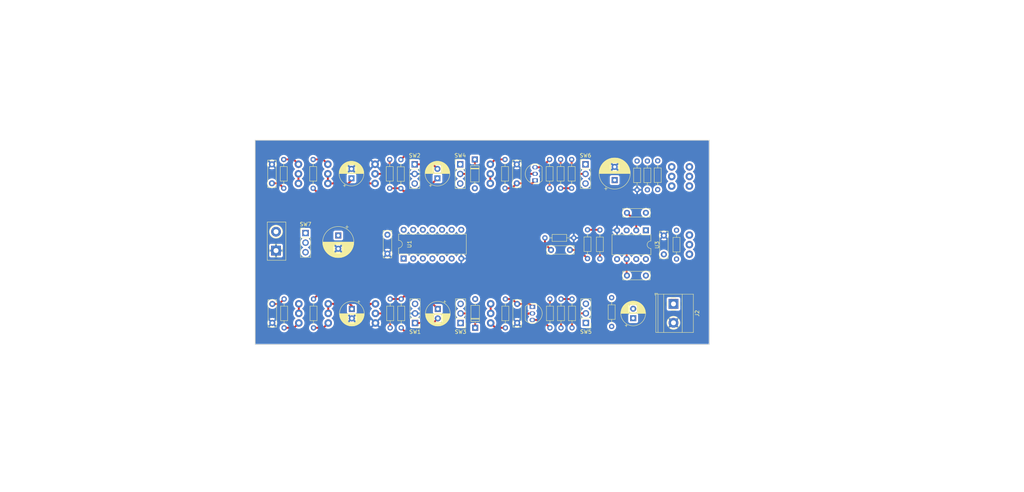
<source format=kicad_pcb>
(kicad_pcb (version 20221018) (generator pcbnew)
  (layers (0 "F.Cu" signal) (31 "B.Cu" signal) (34 "B.Paste" user) (35 "F.Paste" user) (36 "B.SilkS" user "B.Silkscreen") (37 "F.SilkS" user "F.Silkscreen") (38 "B.Mask" user) (39 "F.Mask" user) (44 "Edge.Cuts" user))
  (net 0 "")
  (net 1 "Net-(C1-Pad1)")
  (net 2 "-BATT")
  (net 3 "Net-(C2-Pad1)")
  (net 4 "+BATT")
  (net 5 "Net-(C3-Pad1)")
  (net 6 "Net-(C4-Pad1)")
  (net 7 "Net-(C5-Pad1)")
  (net 8 "Net-(SW1-A)")
  (net 9 "Net-(C6-Pad1)")
  (net 10 "Net-(SW2-A)")
  (net 11 "Net-(D1-A)")
  (net 12 "Net-(D2-A)")
  (net 13 "/filter in")
  (net 14 "Net-(C12-Pad2)")
  (net 15 "Net-(U3-+)")
  (net 16 "Net-(U3--)")
  (net 17 "Net-(C14-Pad2)")
  (net 18 "Net-(C15-Pad1)")
  (net 19 "Net-(C15-Pad2)")
  (net 20 "Net-(C16-Pad1)")
  (net 21 "Net-(J2-Pin_1)")
  (net 22 "Net-(D1-K)")
  (net 23 "Net-(D2-K)")
  (net 24 "Net-(J1-Pin_2)")
  (net 25 "Net-(Q1-B)")
  (net 26 "Net-(Q1-C)")
  (net 27 "Net-(Q2-B)")
  (net 28 "Net-(Q2-C)")
  (net 29 "Net-(R1-Pad1)")
  (net 30 "Net-(R2-Pad1)")
  (net 31 "Net-(R3-Pad1)")
  (net 32 "Net-(R4-Pad1)")
  (net 33 "Net-(R5-Pad1)")
  (net 34 "Net-(R7-Pad1)")
  (net 35 "Net-(R9-Pad1)")
  (net 36 "Net-(R10-Pad2)")
  (net 37 "Net-(R11-Pad1)")
  (net 38 "Net-(R12-Pad2)")
  (net 39 "Net-(SW5-B)")
  (net 40 "Net-(SW6-B)")
  (net 42 "Net-(R22-Pad1)")
  (net 43 "Net-(SW3-A)")
  (net 44 "Net-(SW4-A)")
  (net 45 "Net-(RV3-Pad1)")
  (net 46 "Net-(RV4-Pad1)")
  (net 47 "Net-(RV10-Pad3)")
  (footprint "fx_synth_parts:potentiometer_fx_connector" (layer "F.Cu") (at 196.75 79.62 180)
    (fp_text reference "RV11" hide)
    (fp_text value "500K")
    (pad "1" thru_hole circle (at 0 2.54 180) (size 2 2) (drill 1) (layers "*.Cu" "*.Mask") (net 17 "Net-(C14-Pad2)"))
    (pad "2" thru_hole circle (at 0 0 180) (size 2 2) (drill 1) (layers "*.Cu" "*.Mask") (net 17 "Net-(C14-Pad2)"))
    (pad "3" thru_hole circle (at 0 -2.54 180) (size 2 2) (drill 1) (layers "*.Cu" "*.Mask") (net 19 "Net-(C15-Pad2)"))
  )
  (footprint "Resistor_THT:R_Axial_DIN0204_L3.6mm_D1.6mm_P7.62mm_Horizontal" (layer "F.Cu") (at 162.718025 57.085 -90)
    (fp_text reference "R16" hide)
    (fp_text value "1M")
    (pad "1" thru_hole circle (at 0 0 270) (size 1.4 1.4) (drill 0.7) (layers "*.Cu" "*.Mask") (net 38 "Net-(R12-Pad2)"))
    (pad "2" thru_hole oval (at 7.62 0 270) (size 1.4 1.4) (drill 0.7) (layers "*.Cu" "*.Mask") (net 13 "/filter in"))
  )
  (footprint "Connector_PinHeader_2.54mm:PinHeader_1x03_P2.54mm_Vertical" (layer "F.Cu") (at 136.17845 58.37)
    (fp_text reference "SW4" (at 0 -2.33) (layer "F.SilkS"))
    (fp_text value "Wacky")
    (pad "1" thru_hole rect (at 0 0) (size 1.7 1.7) (drill 1) (layers "*.Cu" "*.Mask") (net 44 "Net-(SW4-A)"))
    (pad "2" thru_hole oval (at 0 2.54) (size 1.7 1.7) (drill 1) (layers "*.Cu" "*.Mask") (net 23 "Net-(D2-K)"))
    (pad "3" thru_hole oval (at 0 5.08) (size 1.7 1.7) (drill 1) (layers "*.Cu" "*.Mask"))
  )
  (footprint "Capacitor_THT:C_Rect_L7.0mm_W2.0mm_P5.00mm" (layer "F.Cu") (at 151.13535 63.395 90)
    (fp_text reference "C8" hide)
    (fp_text value "22nF")
    (pad "1" thru_hole circle (at 0 0 90) (size 1.6 1.6) (drill 0.8) (layers "*.Cu" "*.Mask") (net 12 "Net-(D2-A)"))
    (pad "2" thru_hole circle (at 5 0 90) (size 1.6 1.6) (drill 0.8) (layers "*.Cu" "*.Mask") (net 2 "-BATT"))
  )
  (footprint "Connector_PinHeader_2.54mm:PinHeader_1x03_P2.54mm_Vertical" (layer "F.Cu") (at 136.276975 100.36 180)
    (fp_text reference "SW3" (at 0 -2.33) (layer "F.SilkS"))
    (fp_text value "Wacky")
    (pad "1" thru_hole rect (at 0 0 180) (size 1.7 1.7) (drill 1) (layers "*.Cu" "*.Mask") (net 43 "Net-(SW3-A)"))
    (pad "2" thru_hole oval (at 0 2.54 180) (size 1.7 1.7) (drill 1) (layers "*.Cu" "*.Mask") (net 22 "Net-(D1-K)"))
    (pad "3" thru_hole oval (at 0 5.08 180) (size 1.7 1.7) (drill 1) (layers "*.Cu" "*.Mask"))
  )
  (footprint "Resistor_THT:R_Axial_DIN0204_L3.6mm_D1.6mm_P7.62mm_Horizontal" (layer "F.Cu") (at 173.1 75.74 -90)
    (fp_text reference "R21" hide)
    (fp_text value "10M")
    (pad "1" thru_hole circle (at 0 0 270) (size 1.4 1.4) (drill 0.7) (layers "*.Cu" "*.Mask") (net 16 "Net-(U3--)"))
    (pad "2" thru_hole oval (at 7.62 0 270) (size 1.4 1.4) (drill 0.7) (layers "*.Cu" "*.Mask") (net 18 "Net-(C15-Pad1)"))
  )
  (footprint "TerminalBlock_Phoenix:TerminalBlock_Phoenix_MKDS-1,5-2_1x02_P5.00mm_Horizontal" (layer "F.Cu") (at 192.55 95.3 -90)
    (fp_text reference "J2" (at 2.5 -6.26 90) (layer "F.SilkS"))
    (fp_text value "Audio Out")
    (pad "1" thru_hole rect (at 0 0 270) (size 2.6 2.6) (drill 1.3) (layers "*.Cu" "*.Mask") (net 21 "Net-(J2-Pin_1)"))
    (pad "2" thru_hole circle (at 5 0 270) (size 2.6 2.6) (drill 1.3) (layers "*.Cu" "*.Mask") (net 2 "-BATT"))
  )
  (footprint "fx_synth_parts:potentiometer_fx_connector" (layer "F.Cu") (at 101.203875 60.895)
    (fp_text reference "RV4" hide)
    (fp_text value "1M")
    (pad "1" thru_hole circle (at 0 2.54) (size 2 2) (drill 1) (layers "*.Cu" "*.Mask") (net 46 "Net-(RV4-Pad1)"))
    (pad "2" thru_hole circle (at 0 0) (size 2 2) (drill 1) (layers "*.Cu" "*.Mask") (net 46 "Net-(RV4-Pad1)"))
    (pad "3" thru_hole circle (at 0 -2.54) (size 2 2) (drill 1) (layers "*.Cu" "*.Mask") (net 32 "Net-(R4-Pad1)"))
  )
  (footprint "fx_synth_parts:potentiometer_fx_connector" (layer "F.Cu") (at 101.3024 97.82 180)
    (fp_text reference "RV3" hide)
    (fp_text value "1M")
    (pad "1" thru_hole circle (at 0 2.54 180) (size 2 2) (drill 1) (layers "*.Cu" "*.Mask") (net 45 "Net-(RV3-Pad1)"))
    (pad "2" thru_hole circle (at 0 0 180) (size 2 2) (drill 1) (layers "*.Cu" "*.Mask") (net 45 "Net-(RV3-Pad1)"))
    (pad "3" thru_hole circle (at 0 -2.54 180) (size 2 2) (drill 1) (layers "*.Cu" "*.Mask") (net 31 "Net-(R3-Pad1)"))
  )
  (footprint "Resistor_THT:R_Axial_DIN0204_L3.6mm_D1.6mm_P7.62mm_Horizontal" (layer "F.Cu") (at 182.92618 57.49 -90)
    (fp_text reference "R20" hide)
    (fp_text value "100K")
    (pad "1" thru_hole circle (at 0 0 270) (size 1.4 1.4) (drill 0.7) (layers "*.Cu" "*.Mask") (net 15 "Net-(U3-+)"))
    (pad "2" thru_hole oval (at 7.62 0 270) (size 1.4 1.4) (drill 0.7) (layers "*.Cu" "*.Mask") (net 2 "-BATT"))
  )
  (footprint "Diode_THT:D_DO-35_SOD27_P7.62mm_Horizontal" (layer "F.Cu") (at 140.1412 101.63 90)
    (fp_text reference "D1" hide)
    (fp_text value "1N4148")
    (pad "1" thru_hole rect (at 0 0 90) (size 1.6 1.6) (drill 0.8) (layers "*.Cu" "*.Mask") (net 22 "Net-(D1-K)"))
    (pad "2" thru_hole oval (at 7.62 0 90) (size 1.6 1.6) (drill 0.8) (layers "*.Cu" "*.Mask") (net 11 "Net-(D1-A)"))
  )
  (footprint "Capacitor_THT:CP_Radial_D6.3mm_P2.50mm" (layer "F.Cu") (at 130.26275 96.637621 -90)
    (fp_text reference "C5" hide)
    (fp_text value "1uF")
    (pad "1" thru_hole rect (at 0 0 270) (size 1.6 1.6) (drill 0.8) (layers "*.Cu" "*.Mask") (net 7 "Net-(C5-Pad1)"))
    (pad "2" thru_hole circle (at 2.5 0 270) (size 1.6 1.6) (drill 0.8) (layers "*.Cu" "*.Mask") (net 8 "Net-(SW1-A)"))
  )
  (footprint "Resistor_THT:R_Axial_DIN0204_L3.6mm_D1.6mm_P7.62mm_Horizontal" (layer "F.Cu") (at 193.35 75.81 -90)
    (fp_text reference "R23" hide)
    (fp_text value "470K")
    (pad "1" thru_hole circle (at 0 0 270) (size 1.4 1.4) (drill 0.7) (layers "*.Cu" "*.Mask") (net 17 "Net-(C14-Pad2)"))
    (pad "2" thru_hole oval (at 7.62 0 270) (size 1.4 1.4) (drill 0.7) (layers "*.Cu" "*.Mask") (net 19 "Net-(C15-Pad2)"))
  )
  (footprint "Resistor_THT:R_Axial_DIN0204_L3.6mm_D1.6mm_P7.62mm_Horizontal" (layer "F.Cu") (at 120.5 64.76 90)
    (fp_text reference "R8" hide)
    (fp_text value "47K")
    (pad "1" thru_hole circle (at 0 0 90) (size 1.4 1.4) (drill 0.7) (layers "*.Cu" "*.Mask") (net 9 "Net-(C6-Pad1)"))
    (pad "2" thru_hole oval (at 7.62 0 90) (size 1.4 1.4) (drill 0.7) (layers "*.Cu" "*.Mask") (net 27 "Net-(Q2-B)"))
  )
  (footprint "Capacitor_THT:C_Rect_L7.0mm_W2.0mm_P5.00mm" (layer "F.Cu") (at 86.421975 63.395 90)
    (fp_text reference "C2" hide)
    (fp_text value "22nF")
    (pad "1" thru_hole circle (at 0 0 90) (size 1.6 1.6) (drill 0.8) (layers "*.Cu" "*.Mask") (net 3 "Net-(C2-Pad1)"))
    (pad "2" thru_hole circle (at 5 0 90) (size 1.6 1.6) (drill 0.8) (layers "*.Cu" "*.Mask") (net 2 "-BATT"))
  )
  (footprint "Resistor_THT:R_Axial_DIN0204_L3.6mm_D1.6mm_P7.62mm_Horizontal" (layer "F.Cu") (at 97.31465 57.085 -90)
    (fp_text reference "R4" hide)
    (fp_text value "4.7K")
    (pad "1" thru_hole circle (at 0 0 270) (size 1.4 1.4) (drill 0.7) (layers "*.Cu" "*.Mask") (net 32 "Net-(R4-Pad1)"))
    (pad "2" thru_hole oval (at 7.62 0 270) (size 1.4 1.4) (drill 0.7) (layers "*.Cu" "*.Mask") (net 6 "Net-(C4-Pad1)"))
  )
  (footprint "Resistor_THT:R_Axial_DIN0204_L3.6mm_D1.6mm_P7.62mm_Horizontal" (layer "F.Cu") (at 159.902325 101.63 90)
    (fp_text reference "R10" hide)
    (fp_text value "4.7K")
    (pad "1" thru_hole circle (at 0 0 90) (size 1.4 1.4) (drill 0.7) (layers "*.Cu" "*.Mask") (net 26 "Net-(Q1-C)"))
    (pad "2" thru_hole oval (at 7.62 0 90) (size 1.4 1.4) (drill 0.7) (layers "*.Cu" "*.Mask") (net 36 "Net-(R10-Pad2)"))
  )
  (footprint "Capacitor_THT:C_Rect_L7.0mm_W2.0mm_P5.00mm" (layer "F.Cu") (at 116.95 77 -90)
    (fp_text reference "C10" hide)
    (fp_text value "100nF")
    (pad "1" thru_hole circle (at 0 0 270) (size 1.6 1.6) (drill 0.8) (layers "*.Cu" "*.Mask") (net 4 "+BATT"))
    (pad "2" thru_hole circle (at 5 0 270) (size 1.6 1.6) (drill 0.8) (layers "*.Cu" "*.Mask") (net 2 "-BATT"))
  )
  (footprint "Resistor_THT:R_Axial_DIN0204_L3.6mm_D1.6mm_P7.62mm_Horizontal" (layer "F.Cu") (at 148.11965 101.63 90)
    (fp_text reference "R9" hide)
    (fp_text value "4.7K")
    (pad "1" thru_hole circle (at 0 0 90) (size 1.4 1.4) (drill 0.7) (layers "*.Cu" "*.Mask") (net 35 "Net-(R9-Pad1)"))
    (pad "2" thru_hole oval (at 7.62 0 90) (size 1.4 1.4) (drill 0.7) (layers "*.Cu" "*.Mask") (net 11 "Net-(D1-A)"))
  )
  (footprint "Connector_PinHeader_2.54mm:PinHeader_1x03_P2.54mm_Vertical" (layer "F.Cu") (at 95.3 76.557349)
    (fp_text reference "SW7" (at 0 -2.33) (layer "F.SilkS"))
    (fp_text value "ON/OFF")
    (pad "1" thru_hole rect (at 0 0) (size 1.7 1.7) (drill 1) (layers "*.Cu" "*.Mask") (net 24 "Net-(J1-Pin_2)"))
    (pad "2" thru_hole oval (at 0 2.54) (size 1.7 1.7) (drill 1) (layers "*.Cu" "*.Mask") (net 4 "+BATT"))
    (pad "3" thru_hole oval (at 0 5.08) (size 1.7 1.7) (drill 1) (layers "*.Cu" "*.Mask"))
  )
  (footprint "Resistor_THT:R_Axial_DIN0204_L3.6mm_D1.6mm_P7.62mm_Horizontal" (layer "F.Cu") (at 176.2 93.65 -90)
    (fp_text reference "R24" hide)
    (fp_text value "1K")
    (pad "1" thru_hole circle (at 0 0 270) (size 1.4 1.4) (drill 0.7) (layers "*.Cu" "*.Mask") (net 18 "Net-(C15-Pad1)"))
    (pad "2" thru_hole oval (at 7.62 0 270) (size 1.4 1.4) (drill 0.7) (layers "*.Cu" "*.Mask") (net 20 "Net-(C16-Pad1)"))
  )
  (footprint "Capacitor_THT:C_Rect_L7.0mm_W2.0mm_P5.00mm" (layer "F.Cu") (at 190 82.2 90)
    (fp_text reference "C9" hide)
    (fp_text value "100nF")
    (pad "1" thru_hole circle (at 0 0 90) (size 1.6 1.6) (drill 0.8) (layers "*.Cu" "*.Mask") (net 4 "+BATT"))
    (pad "2" thru_hole circle (at 5 0 90) (size 1.6 1.6) (drill 0.8) (layers "*.Cu" "*.Mask") (net 2 "-BATT"))
  )
  (footprint "fx_synth_parts:potentiometer_fx_connector" (layer "F.Cu") (at 113.682325 60.895)
    (fp_text reference "RV6" hide)
    (fp_text value "100K")
    (pad "1" thru_hole circle (at 0 2.54) (size 2 2) (drill 1) (layers "*.Cu" "*.Mask") (net 46 "Net-(RV4-Pad1)"))
    (pad "2" thru_hole circle (at 0 0) (size 2 2) (drill 1) (layers "*.Cu" "*.Mask") (net 34 "Net-(R7-Pad1)"))
    (pad "3" thru_hole circle (at 0 -2.54) (size 2 2) (drill 1) (layers "*.Cu" "*.Mask") (net 2 "-BATT"))
  )
  (footprint "fx_synth_parts:potentiometer_fx_connector" (layer "F.Cu") (at 93.425425 60.895)
    (fp_text reference "RV2" hide)
    (fp_text value "1M")
    (pad "1" thru_hole circle (at 0 2.54) (size 2 2) (drill 1) (layers "*.Cu" "*.Mask") (net 44 "Net-(SW4-A)"))
    (pad "2" thru_hole circle (at 0 0) (size 2 2) (drill 1) (layers "*.Cu" "*.Mask") (net 44 "Net-(SW4-A)"))
    (pad "3" thru_hole circle (at 0 -2.54) (size 2 2) (drill 1) (layers "*.Cu" "*.Mask") (net 30 "Net-(R2-Pad1)"))
  )
  (footprint "Connector_PinHeader_2.54mm:PinHeader_1x03_P2.54mm_Vertical" (layer "F.Cu") (at 124.15 58.37)
    (fp_text reference "SW2" (at 0 -2.33) (layer "F.SilkS"))
    (fp_text value "Unusual")
    (pad "1" thru_hole rect (at 0 0) (size 1.7 1.7) (drill 1) (layers "*.Cu" "*.Mask") (net 10 "Net-(SW2-A)"))
    (pad "2" thru_hole oval (at 0 2.54) (size 1.7 1.7) (drill 1) (layers "*.Cu" "*.Mask") (net 2 "-BATT"))
    (pad "3" thru_hole oval (at 0 5.08) (size 1.7 1.7) (drill 1) (layers "*.Cu" "*.Mask"))
  )
  (footprint "Connector_PinHeader_2.54mm:PinHeader_1x03_P2.54mm_Vertical" (layer "F.Cu") (at 169.296475 58.37)
    (fp_text reference "SW6" (at 0 -2.33) (layer "F.SilkS"))
    (fp_text value "Wacky Out")
    (pad "1" thru_hole rect (at 0 0) (size 1.7 1.7) (drill 1) (layers "*.Cu" "*.Mask") (net 44 "Net-(SW4-A)"))
    (pad "2" thru_hole oval (at 0 2.54) (size 1.7 1.7) (drill 1) (layers "*.Cu" "*.Mask") (net 40 "Net-(SW6-B)"))
    (pad "3" thru_hole oval (at 0 5.08) (size 1.7 1.7) (drill 1) (layers "*.Cu" "*.Mask"))
  )
  (footprint "Capacitor_THT:CP_Radial_D8.0mm_P3.50mm" (layer "F.Cu") (at 177.001475 62.547651 90)
    (fp_text reference "C13" hide)
    (fp_text value "220uF")
    (pad "1" thru_hole rect (at 0 0 90) (size 1.6 1.6) (drill 0.8) (layers "*.Cu" "*.Mask") (net 15 "Net-(U3-+)"))
    (pad "2" thru_hole circle (at 3.5 0 90) (size 1.6 1.6) (drill 0.8) (layers "*.Cu" "*.Mask") (net 2 "-BATT"))
  )
  (footprint "Capacitor_THT:CP_Radial_D6.3mm_P2.50mm" (layer "F.Cu") (at 130.164225 62.07738 90)
    (fp_text reference "C6" hide)
    (fp_text value "1uF")
    (pad "1" thru_hole rect (at 0 0 90) (size 1.6 1.6) (drill 0.8) (layers "*.Cu" "*.Mask") (net 9 "Net-(C6-Pad1)"))
    (pad "2" thru_hole circle (at 2.5 0 90) (size 1.6 1.6) (drill 0.8) (layers "*.Cu" "*.Mask") (net 10 "Net-(SW2-A)"))
  )
  (footprint "Resistor_THT:R_Axial_DIN0204_L3.6mm_D1.6mm_P7.62mm_Horizontal" (layer "F.Cu") (at 169.825 83.31 90)
    (fp_text reference "R18" hide)
    (fp_text value "750K")
    (pad "1" thru_hole circle (at 0 0 90) (size 1.4 1.4) (drill 0.7) (layers "*.Cu" "*.Mask") (net 14 "Net-(C12-Pad2)"))
    (pad "2" thru_hole oval (at 7.62 0 90) (size 1.4 1.4) (drill 0.7) (layers "*.Cu" "*.Mask") (net 16 "Net-(U3--)"))
  )
  (footprint "Capacitor_THT:C_Rect_L7.0mm_W2.0mm_P5.00mm" (layer "F.Cu") (at 180.25 87.8)
    (fp_text reference "C15" hide)
    (fp_text value "470pF")
    (pad "1" thru_hole circle (at 0 0) (size 1.6 1.6) (drill 0.8) (layers "*.Cu" "*.Mask") (net 18 "Net-(C15-Pad1)"))
    (pad "2" thru_hole circle (at 5 0) (size 1.6 1.6) (drill 0.8) (layers "*.Cu" "*.Mask") (net 19 "Net-(C15-Pad2)"))
  )
  (footprint "Resistor_THT:R_Axial_DIN0204_L3.6mm_D1.6mm_P7.62mm_Horizontal" (layer "F.Cu") (at 188.37559 65.06 90)
    (fp_text reference "R22" hide)
    (fp_text value "1K")
    (pad "1" thru_hole circle (at 0 0 90) (size 1.4 1.4) (drill 0.7) (layers "*.Cu" "*.Mask") (net 42 "Net-(R22-Pad1)"))
    (pad "2" thru_hole oval (at 7.62 0 90) (size 1.4 1.4) (drill 0.7) (layers "*.Cu" "*.Mask") (net 15 "Net-(U3-+)"))
  )
  (footprint "Resistor_THT:R_Axial_DIN0204_L3.6mm_D1.6mm_P7.62mm_Horizontal" (layer "F.Cu") (at 117.55 57.09 -90)
    (fp_text reference "R7" hide)
    (fp_text value "47K")
    (pad "1" thru_hole circle (at 0 0 270) (size 1.4 1.4) (drill 0.7) (layers "*.Cu" "*.Mask") (net 34 "Net-(R7-Pad1)"))
    (pad "2" thru_hole oval (at 7.62 0 270) (size 1.4 1.4) (drill 0.7) (layers "*.Cu" "*.Mask") (net 9 "Net-(C6-Pad1)"))
  )
  (footprint "Connector_PinHeader_2.54mm:PinHeader_1x03_P2.54mm_Vertical" (layer "F.Cu") (at 169.395 100.345 180)
    (fp_text reference "SW5" (at 0 -2.33) (layer "F.SilkS"))
    (fp_text value "Wacky Out")
    (pad "1" thru_hole rect (at 0 0 180) (size 1.7 1.7) (drill 1) (layers "*.Cu" "*.Mask") (net 43 "Net-(SW3-A)"))
    (pad "2" thru_hole oval (at 0 2.54 180) (size 1.7 1.7) (drill 1) (layers "*.Cu" "*.Mask") (net 39 "Net-(SW5-B)"))
    (pad "3" thru_hole oval (at 0 5.08 180) (size 1.7 1.7) (drill 1) (layers "*.Cu" "*.Mask"))
  )
  (footprint "Capacitor_THT:C_Rect_L7.0mm_W2.0mm_P5.00mm" (layer "F.Cu") (at 86.5205 95.32 -90)
    (fp_text reference "C1" hide)
    (fp_text value "22nF")
    (pad "1" thru_hole circle (at 0 0 270) (size 1.6 1.6) (drill 0.8) (layers "*.Cu" "*.Mask") (net 1 "Net-(C1-Pad1)"))
    (pad "2" thru_hole circle (at 5 0 270) (size 1.6 1.6) (drill 0.8) (layers "*.Cu" "*.Mask") (net 2 "-BATT"))
  )
  (footprint "Resistor_THT:R_Axial_DIN0204_L3.6mm_D1.6mm_P7.62mm_Horizontal" (layer "F.Cu") (at 159.8038 57.085 -90)
    (fp_text reference "R12" hide)
    (fp_text value "4.7K")
    (pad "1" thru_hole circle (at 0 0 270) (size 1.4 1.4) (drill 0.7) (layers "*.Cu" "*.Mask") (net 28 "Net-(Q2-C)"))
    (pad "2" thru_hole oval (at 7.62 0 270) (size 1.4 1.4) (drill 0.7) (layers "*.Cu" "*.Mask") (net 38 "Net-(R12-Pad2)"))
  )
  (footprint "Resistor_THT:R_Axial_DIN0204_L3.6mm_D1.6mm_P7.62mm_Horizontal" (layer "F.Cu") (at 89.5362 57.085 -90)
    (fp_text reference "R2" hide)
    (fp_text value "4.7K")
    (pad "1" thru_hole circle (at 0 0 270) (size 1.4 1.4) (drill 0.7) (layers "*.Cu" "*.Mask") (net 30 "Net-(R2-Pad1)"))
    (pad "2" thru_hole oval (at 7.62 0 270) (size 1.4 1.4) (drill 0.7) (layers "*.Cu" "*.Mask") (net 3 "Net-(C2-Pad1)"))
  )
  (footprint "Capacitor_THT:C_Rect_L7.0mm_W2.0mm_P5.00mm" (layer "F.Cu") (at 180.25 71.2)
    (fp_text reference "C14" hide)
    (fp_text value "470pF")
    (pad "1" thru_hole circle (at 0 0) (size 1.6 1.6) (drill 0.8) (layers "*.Cu" "*.Mask") (net 16 "Net-(U3--)"))
    (pad "2" thru_hole circle (at 5 0) (size 1.6 1.6) (drill 0.8) (layers "*.Cu" "*.Mask") (net 17 "Net-(C14-Pad2)"))
  )
  (footprint "Package_TO_SOT_THT:TO-92_Inline" (layer "F.Cu") (at 155.97 62.165 90)
    (fp_text reference "Q2" hide)
    (fp_text value "2N3904")
    (pad "1" thru_hole rect (at -0.46 0 90) (size 1.05 1.5) (drill 0.75) (layers "*.Cu" "*.Mask") (net 12 "Net-(D2-A)"))
    (pad "2" thru_hole oval (at 1.27 0 90) (size 1.05 1.5) (drill 0.75) (layers "*.Cu" "*.Mask") (net 27 "Net-(Q2-B)"))
    (pad "3" thru_hole oval (at 3 0 90) (size 1.05 1.5) (drill 0.75) (layers "*.Cu" "*.Mask") (net 28 "Net-(Q2-C)"))
  )
  (footprint "Capacitor_THT:CP_Radial_D6.3mm_P2.50mm" (layer "F.Cu") (at 107.541625 96.637621 -90)
    (fp_text reference "C3" hide)
    (fp_text value "1uF")
    (pad "1" thru_hole rect (at 0 0 270) (size 1.6 1.6) (drill 0.8) (layers "*.Cu" "*.Mask") (net 5 "Net-(C3-Pad1)"))
    (pad "2" thru_hole circle (at 2.5 0 270) (size 1.6 1.6) (drill 0.8) (layers "*.Cu" "*.Mask") (net 2 "-BATT"))
  )
  (footprint "Resistor_THT:R_Axial_DIN0204_L3.6mm_D1.6mm_P7.62mm_Horizontal" (layer "F.Cu") (at 158.575 77.83)
    (fp_text reference "R17" hide)
    (fp_text value "1K")
    (pad "1" thru_hole circle (at 0 0) (size 1.4 1.4) (drill 0.7) (layers "*.Cu" "*.Mask") (net 13 "/filter in"))
    (pad "2" thru_hole oval (at 7.62 0) (size 1.4 1.4) (drill 0.7) (layers "*.Cu" "*.Mask") (net 2 "-BATT"))
  )
  (footprint "fx_synth_parts:potentiometer_fx_connector" (layer "F.Cu") (at 144.230425 97.82 180)
    (fp_text reference "RV7" hide)
    (fp_text value "1M")
    (pad "1" thru_hole circle (at 0 2.54 180) (size 2 2) (drill 1) (layers "*.Cu" "*.Mask") (net 26 "Net-(Q1-C)"))
    (pad "2" thru_hole circle (at 0 0 180) (size 2 2) (drill 1) (layers "*.Cu" "*.Mask") (net 26 "Net-(Q1-C)"))
    (pad "3" thru_hole circle (at 0 -2.54 180) (size 2 2) (drill 1) (layers "*.Cu" "*.Mask") (net 35 "Net-(R9-Pad1)"))
  )
  (footprint "TerminalBlock_Phoenix:TerminalBlock_Phoenix_MKDS-1,5-2_1x02_P5.00mm_Horizontal" (layer "F.Cu") (at 87.5 81.197349 90)
    (fp_text reference "J1" hide)
    (fp_text value "Battery Connector")
    (pad "1" thru_hole rect (at 0 0 90) (size 2.6 2.6) (drill 1.3) (layers "*.Cu" "*.Mask") (net 2 "-BATT"))
    (pad "2" thru_hole circle (at 5 0 90) (size 2.6 2.6) (drill 1.3) (layers "*.Cu" "*.Mask") (net 24 "Net-(J1-Pin_2)"))
  )
  (footprint "Resistor_THT:R_Axial_DIN0204_L3.6mm_D1.6mm_P7.62mm_Horizontal" (layer "F.Cu") (at 117.670075 101.63 90)
    (fp_text reference "R5" hide)
    (fp_text value "47K")
    (pad "1" thru_hole circle (at 0 0 90) (size 1.4 1.4) (drill 0.7) (layers "*.Cu" "*.Mask") (net 33 "Net-(R5-Pad1)"))
    (pad "2" thru_hole oval (at 7.62 0 90) (size 1.4 1.4) (drill 0.7) (layers "*.Cu" "*.Mask") (net 7 "Net-(C5-Pad1)"))
  )
  (footprint "Resistor_THT:R_Axial_DIN0204_L3.6mm_D1.6mm_P7.62mm_Horizontal" (layer "F.Cu") (at 120.5843 94.01 -90)
    (fp_text reference "R6" hide)
    (fp_text value "47K")
    (pad "1" thru_hole circle (at 0 0 270) (size 1.4 1.4) (drill 0.7) (layers "*.Cu" "*.Mask") (net 7 "Net-(C5-Pad1)"))
    (pad "2" thru_hole oval (at 7.62 0 270) (size 1.4 1.4) (drill 0.7) (layers "*.Cu" "*.Mask") (net 25 "Net-(Q1-B)"))
  )
  (footprint "Package_TO_SOT_THT:TO-92_Inline" (layer "F.Cu") (at 155.25 96.55 -90)
    (fp_text reference "Q1" hide)
    (fp_text value "2N3904")
    (pad "1" thru_hole rect (at -0.46 0 270) (size 1.05 1.5) (drill 0.75) (layers "*.Cu" "*.Mask") (net 11 "Net-(D1-A)"))
    (pad "2" thru_hole oval (at 1.27 0 270) (size 1.05 1.5) (drill 0.75) (layers "*.Cu" "*.Mask") (net 25 "Net-(Q1-B)"))
    (pad "3" thru_hole oval (at 3 0 270) (size 1.05 1.5) (drill 0.75) (layers "*.Cu" "*.Mask") (net 26 "Net-(Q1-C)"))
  )
  (footprint "fx_synth_parts:potentiometer_fx_connector" (layer "F.Cu") (at 196.75 61.58)
    (fp_text reference "RV10" hide)
    (fp_text value "100K")
    (pad "1" thru_hole circle (at 0 2.54) (size 2 2) (drill 1) (layers "*.Cu" "*.Mask") (net 19 "Net-(C15-Pad2)"))
    (pad "2" thru_hole circle (at 0 0) (size 2 2) (drill 1) (layers "*.Cu" "*.Mask") (net 19 "Net-(C15-Pad2)"))
    (pad "3" thru_hole circle (at 0 -2.54) (size 2 2) (drill 1) (layers "*.Cu" "*.Mask") (net 47 "Net-(RV10-Pad3)"))
  )
  (footprint "Package_DIP:DIP-14_W7.62mm" (layer "F.Cu") (at 121.225 83.3 90)
    (fp_text reference "U1" (at 3.8 1.54 90) (layer "F.SilkS"))
    (fp_text value "40106")
    (pad "1" thru_hole rect (at 0 0 90) (size 1.6 1.6) (drill 0.8) (layers "*.Cu" "*.Mask") (net 1 "Net-(C1-Pad1)"))
    (pad "2" thru_hole oval (at 0 2.54 90) (size 1.6 1.6) (drill 0.8) (layers "*.Cu" "*.Mask") (net 43 "Net-(SW3-A)"))
    (pad "3" thru_hole oval (at 0 5.08 90) (size 1.6 1.6) (drill 0.8) (layers "*.Cu" "*.Mask") (net 5 "Net-(C3-Pad1)"))
    (pad "4" thru_hole oval (at 0 7.62 90) (size 1.6 1.6) (drill 0.8) (layers "*.Cu" "*.Mask") (net 45 "Net-(RV3-Pad1)"))
    (pad "5" thru_hole oval (at 0 10.16 90) (size 1.6 1.6) (drill 0.8) (layers "*.Cu" "*.Mask") (net 11 "Net-(D1-A)"))
    (pad "6" thru_hole oval (at 0 12.7 90) (size 1.6 1.6) (drill 0.8) (layers "*.Cu" "*.Mask") (net 36 "Net-(R10-Pad2)"))
    (pad "7" thru_hole oval (at 0 15.24 90) (size 1.6 1.6) (drill 0.8) (layers "*.Cu" "*.Mask") (net 2 "-BATT"))
    (pad "8" thru_hole oval (at 7.62 15.24 90) (size 1.6 1.6) (drill 0.8) (layers "*.Cu" "*.Mask") (net 38 "Net-(R12-Pad2)"))
    (pad "9" thru_hole oval (at 7.62 12.7 90) (size 1.6 1.6) (drill 0.8) (layers "*.Cu" "*.Mask") (net 12 "Net-(D2-A)"))
    (pad "10" thru_hole oval (at 7.62 10.16 90) (size 1.6 1.6) (drill 0.8) (layers "*.Cu" "*.Mask") (net 46 "Net-(RV4-Pad1)"))
    (pad "11" thru_hole oval (at 7.62 7.62 90) (size 1.6 1.6) (drill 0.8) (layers "*.Cu" "*.Mask") (net 6 "Net-(C4-Pad1)"))
    (pad "12" thru_hole oval (at 7.62 5.08 90) (size 1.6 1.6) (drill 0.8) (layers "*.Cu" "*.Mask") (net 44 "Net-(SW4-A)"))
    (pad "13" thru_hole oval (at 7.62 2.54 90) (size 1.6 1.6) (drill 0.8) (layers "*.Cu" "*.Mask") (net 3 "Net-(C2-Pad1)"))
    (pad "14" thru_hole oval (at 7.62 0 90) (size 1.6 1.6) (drill 0.8) (layers "*.Cu" "*.Mask") (net 4 "+BATT"))
  )
  (footprint "Resistor_THT:R_Axial_DIN0204_L3.6mm_D1.6mm_P7.62mm_Horizontal" (layer "F.Cu") (at 162.81655 101.63 90)
    (fp_text reference "R13" hide)
    (fp_text value "1M")
    (pad "1" thru_hole circle (at 0 0 90) (size 1.4 1.4) (drill 0.7) (layers "*.Cu" "*.Mask") (net 36 "Net-(R10-Pad2)"))
    (pad "2" thru_hole oval (at 7.62 0 90) (size 1.4 1.4) (drill 0.7) (layers "*.Cu" "*.Mask") (net 13 "/filter in"))
  )
  (footprint "Resistor_THT:R_Axial_DIN0204_L3.6mm_D1.6mm_P7.62mm_Horizontal" (layer "F.Cu") (at 165.63225 57.085 -90)
    (fp_text reference "R15" hide)
    (fp_text value "1M")
    (pad "1" thru_hole circle (at 0 0 270) (size 1.4 1.4) (drill 0.7) (layers "*.Cu" "*.Mask") (net 40 "Net-(SW6-B)"))
    (pad "2" thru_hole oval (at 7.62 0 270) (size 1.4 1.4) (drill 0.7) (layers "*.Cu" "*.Mask") (net 13 "/filter in"))
  )
  (footprint "fx_synth_parts:potentiometer_fx_connector" (layer "F.Cu") (at 93.52395 97.82 180)
    (fp_text reference "RV1" hide)
    (fp_text value "1M")
    (pad "1" thru_hole circle (at 0 2.54 180) (size 2 2) (drill 1) (layers "*.Cu" "*.Mask") (net 43 "Net-(SW3-A)"))
    (pad "2" thru_hole circle (at 0 0 180) (size 2 2) (drill 1) (layers "*.Cu" "*.Mask") (net 43 "Net-(SW3-A)"))
    (pad "3" thru_hole circle (at 0 -2.54 180) (size 2 2) (drill 1) (layers "*.Cu" "*.Mask") (net 29 "Net-(R1-Pad1)"))
  )
  (footprint "Resistor_THT:R_Axial_DIN0204_L3.6mm_D1.6mm_P7.62mm_Horizontal" (layer "F.Cu") (at 148.021125 57.085 -90)
    (fp_text reference "R11" hide)
    (fp_text value "4.7K")
    (pad "1" thru_hole circle (at 0 0 270) (size 1.4 1.4) (drill 0.7) (layers "*.Cu" "*.Mask") (net 37 "Net-(R11-Pad1)"))
    (pad "2" thru_hole oval (at 7.62 0 270) (size 1.4 1.4) (drill 0.7) (layers "*.Cu" "*.Mask") (net 12 "Net-(D2-A)"))
  )
  (footprint "Package_DIP:DIP-8_W7.62mm" (layer "F.Cu") (at 185.25 75.83 -90)
    (fp_text reference "U3" (at 3.88 -2.98 90) (layer "F.SilkS"))
    (fp_text value "LM741")
    (pad "1" thru_hole rect (at 0 0 270) (size 1.6 1.6) (drill 0.8) (layers "*.Cu" "*.Mask"))
    (pad "2" thru_hole oval (at 0 2.54 270) (size 1.6 1.6) (drill 0.8) (layers "*.Cu" "*.Mask") (net 16 "Net-(U3--)"))
    (pad "3" thru_hole oval (at 0 5.08 270) (size 1.6 1.6) (drill 0.8) (layers "*.Cu" "*.Mask") (net 15 "Net-(U3-+)"))
    (pad "4" thru_hole oval (at 0 7.62 270) (size 1.6 1.6) (drill 0.8) (layers "*.Cu" "*.Mask") (net 2 "-BATT"))
    (pad "5" thru_hole oval (at 7.62 7.62 270) (size 1.6 1.6) (drill 0.8) (layers "*.Cu" "*.Mask"))
    (pad "6" thru_hole oval (at 7.62 5.08 270) (size 1.6 1.6) (drill 0.8) (layers "*.Cu" "*.Mask") (net 18 "Net-(C15-Pad1)"))
    (pad "7" thru_hole oval (at 7.62 2.54 270) (size 1.6 1.6) (drill 0.8) (layers "*.Cu" "*.Mask") (net 4 "+BATT"))
    (pad "8" thru_hole oval (at 7.62 0 270) (size 1.6 1.6) (drill 0.8) (layers "*.Cu" "*.Mask"))
  )
  (footprint "fx_synth_parts:potentiometer_fx_connector" (layer "F.Cu") (at 113.78085 97.82 180)
    (fp_text reference "RV5" hide)
    (fp_text value "100K")
    (pad "1" thru_hole circle (at 0 2.54 180) (size 2 2) (drill 1) (layers "*.Cu" "*.Mask") (net 45 "Net-(RV3-Pad1)"))
    (pad "2" thru_hole circle (at 0 0 180) (size 2 2) (drill 1) (layers "*.Cu" "*.Mask") (net 33 "Net-(R5-Pad1)"))
    (pad "3" thru_hole circle (at 0 -2.54 180) (size 2 2) (drill 1) (layers "*.Cu" "*.Mask") (net 2 "-BATT"))
  )
  (footprint "Connector_PinHeader_2.54mm:PinHeader_1x03_P2.54mm_Vertical" (layer "F.Cu") (at 124.248525 100.36 180)
    (fp_text reference "SW1" (at 0 -2.33) (layer "F.SilkS"))
    (fp_text value "Unusual")
    (pad "1" thru_hole rect (at 0 0 180) (size 1.7 1.7) (drill 1) (layers "*.Cu" "*.Mask") (net 8 "Net-(SW1-A)"))
    (pad "2" thru_hole oval (at 0 2.54 180) (size 1.7 1.7) (drill 1) (layers "*.Cu" "*.Mask") (net 2 "-BATT"))
    (pad "3" thru_hole oval (at 0 5.08 180) (size 1.7 1.7) (drill 1) (layers "*.Cu" "*.Mask"))
  )
  (footprint "Resistor_THT:R_Axial_DIN0204_L3.6mm_D1.6mm_P7.62mm_Horizontal" (layer "F.Cu") (at 165.730775 101.63 90)
    (fp_text reference "R14" hide)
    (fp_text value "1M")
    (pad "1" thru_hole circle (at 0 0 90) (size 1.4 1.4) (drill 0.7) (layers "*.Cu" "*.Mask") (net 39 "Net-(SW5-B)"))
    (pad "2" thru_hole oval (at 7.62 0 90) (size 1.4 1.4) (drill 0.7) (layers "*.Cu" "*.Mask") (net 13 "/filter in"))
  )
  (footprint "Capacitor_THT:CP_Radial_D8.0mm_P3.50mm" (layer "F.Cu") (at 103.95 77.197349 -90)
    (fp_text reference "C11" hide)
    (fp_text value "220uF")
    (pad "1" thru_hole rect (at 0 0 270) (size 1.6 1.6) (drill 0.8) (layers "*.Cu" "*.Mask") (net 4 "+BATT"))
    (pad "2" thru_hole circle (at 3.5 0 270) (size 1.6 1.6) (drill 0.8) (layers "*.Cu" "*.Mask") (net 2 "-BATT"))
  )
  (footprint "Diode_THT:D_DO-35_SOD27_P7.62mm_Horizontal" (layer "F.Cu") (at 140.042675 57.085 -90)
    (fp_text reference "D2" hide)
    (fp_text value "1N4148")
    (pad "1" thru_hole rect (at 0 0 270) (size 1.6 1.6) (drill 0.8) (layers "*.Cu" "*.Mask") (net 23 "Net-(D2-K)"))
    (pad "2" thru_hole oval (at 7.62 0 270) (size 1.6 1.6) (drill 0.8) (layers "*.Cu" "*.Mask") (net 12 "Net-(D2-A)"))
  )
  (footprint "Resistor_THT:R_Axial_DIN0204_L3.6mm_D1.6mm_P7.62mm_Horizontal" (layer "F.Cu") (at 185.650885 65.11 90)
    (fp_text reference "R19" hide)
    (fp_text value "100K")
    (pad "1" thru_hole circle (at 0 0 90) (size 1.4 1.4) (drill 0.7) (layers "*.Cu" "*.Mask"))
    (pad "2" thru_hole oval (at 7.62 0 90) (size 1.4 1.4) (drill 0.7) (layers "*.Cu" "*.Mask") (net 15 "Net-(U3-+)"))
  )
  (footprint "Capacitor_THT:C_Rect_L7.0mm_W2.0mm_P5.00mm" (layer "F.Cu") (at 160.185 81.03)
    (fp_text reference "C12" hide)
    (fp_text value "100nF")
    (pad "1" thru_hole circle (at 0 0) (size 1.6 1.6) (drill 0.8) (layers "*.Cu" "*.Mask") (net 13 "/filter in"))
    (pad "2" thru_hole circle (at 5 0) (size 1.6 1.6) (drill 0.8) (layers "*.Cu" "*.Mask") (net 14 "Net-(C12-Pad2)"))
  )
  (footprint "Capacitor_THT:CP_Radial_D6.3mm_P2.50mm" (layer "F.Cu") (at 181.9 99.08238 90)
    (fp_text reference "C16" hide)
    (fp_text value "1uF")
    (pad "1" thru_hole rect (at 0 0 90) (size 1.6 1.6) (drill 0.8) (layers "*.Cu" "*.Mask") (net 20 "Net-(C16-Pad1)"))
    (pad "2" thru_hole circle (at 2.5 0 90) (size 1.6 1.6) (drill 0.8) (layers "*.Cu" "*.Mask") (net 21 "Net-(J2-Pin_1)"))
  )
  (footprint "Capacitor_THT:CP_Radial_D6.3mm_P2.50mm" (layer "F.Cu") (at 107.4431 62.07738 90)
    (fp_text reference "C4" hide)
    (fp_text value "1uF")
    (pad "1" thru_hole rect (at 0 0 90) (size 1.6 1.6) (drill 0.8) (layers "*.Cu" "*.Mask") (net 6 "Net-(C4-Pad1)"))
    (pad "2" thru_hole circle (at 2.5 0 90) (size 1.6 1.6) (drill 0.8) (layers "*.Cu" "*.Mask") (net 2 "-BATT"))
  )
  (footprint "fx_synth_parts:potentiometer_fx_connector" (layer "F.Cu") (at 192.075295 61.59 180)
    (fp_text reference "RV9" hide)
    (fp_text value "1M")
    (pad "1" thru_hole circle (at 0 2.54 180) (size 2 2) (drill 1) (layers "*.Cu" "*.Mask") (net 47 "Net-(RV10-Pad3)"))
    (pad "2" thru_hole circle (at 0 0 180) (size 2 2) (drill 1) (layers "*.Cu" "*.Mask") (net 47 "Net-(RV10-Pad3)"))
    (pad "3" thru_hole circle (at 0 -2.54 180) (size 2 2) (drill 1) (layers "*.Cu" "*.Mask") (net 42 "Net-(R22-Pad1)"))
  )
  (footprint "Resistor_THT:R_Axial_DIN0204_L3.6mm_D1.6mm_P7.62mm_Horizontal" (layer "F.Cu") (at 97.413175 101.63 90)
    (fp_text reference "R3" hide)
    (fp_text value "4.7K")
    (pad "1" thru_hole circle (at 0 0 90) (size 1.4 1.4) (drill 0.7) (layers "*.Cu" "*.Mask") (net 31 "Net-(R3-Pad1)"))
    (pad "2" thru_hole oval (at 7.62 0 90) (size 1.4 1.4) (drill 0.7) (layers "*.Cu" "*.Mask") (net 5 "Net-(C3-Pad1)"))
  )
  (footprint "Capacitor_THT:C_Rect_L7.0mm_W2.0mm_P5.00mm" (layer "F.Cu") (at 151.233875 95.32 -90)
    (fp_text reference "C7" hide)
    (fp_text value "22nF")
    (pad "1" thru_hole circle (at 0 0 270) (size 1.6 1.6) (drill 0.8) (layers "*.Cu" "*.Mask") (net 11 "Net-(D1-A)"))
    (pad "2" thru_hole circle (at 5 0 270) (size 1.6 1.6) (drill 0.8) (layers "*.Cu" "*.Mask") (net 2 "-BATT"))
  )
  (footprint "fx_synth_parts:potentiometer_fx_connector" (layer "F.Cu") (at 144.1319 60.895)
    (fp_text reference "RV8" hide)
    (fp_text value "1M")
    (pad "1" thru_hole circle (at 0 2.54) (size 2 2) (drill 1) (layers "*.Cu" "*.Mask") (net 28 "Net-(Q2-C)"))
    (pad "2" thru_hole circle (at 0 0) (size 2 2) (drill 1) (layers "*.Cu" "*.Mask") (net 28 "Net-(Q2-C)"))
    (pad "3" thru_hole circle (at 0 -2.54) (size 2 2) (drill 1) (layers "*.Cu" "*.Mask") (net 37 "Net-(R11-Pad1)"))
  )
  (footprint "Resistor_THT:R_Axial_DIN0204_L3.6mm_D1.6mm_P7.62mm_Horizontal" (layer "F.Cu") (at 89.634725 101.63 90)
    (fp_text reference "R1" hide)
    (fp_text value "4.7K")
    (pad "1" thru_hole circle (at 0 0 90) (size 1.4 1.4) (drill 0.7) (layers "*.Cu" "*.Mask") (net 29 "Net-(R1-Pad1)"))
    (pad "2" thru_hole oval (at 7.62 0 90) (size 1.4 1.4) (drill 0.7) (layers "*.Cu" "*.Mask") (net 1 "Net-(C1-Pad1)"))
  )
  (gr_rect (start 82 52) (end 202 106) (stroke (width 0.2)) (fill none) (layer "Edge.Cuts"))
  (segment (start 86.5205 95.32) (end 88.324725 95.32) (width 0.5) (layer "F.Cu") (net 1))
  (segment (start 88.324725 95.32) (end 89.634725 94.01) (width 0.5) (layer "F.Cu") (net 1))
  (segment (start 86.421975 63.395) (end 88.2262 63.395) (width 0.5) (layer "F.Cu") (net 3))
  (segment (start 88.2262 63.395) (end 89.5362 64.705) (width 0.5) (layer "F.Cu") (net 3))
  (segment (start 98.923175 92.5) (end 104.2 92.5) (width 0.5) (layer "F.Cu") (net 5))
  (segment (start 104.2 92.5) (end 107.541625 95.841625) (width 0.5) (layer "F.Cu") (net 5))
  (segment (start 107.541625 95.841625) (end 107.541625 96.637621) (width 0.5) (layer "F.Cu") (net 5))
  (segment (start 97.413175 94.01) (end 98.923175 92.5) (width 0.5) (layer "F.Cu") (net 5))
  (segment (start 97.31465 64.705) (end 98.50965 65.9) (width 0.5) (layer "F.Cu") (net 6))
  (segment (start 107.4431 62.6069) (end 107.4431 62.07738) (width 0.5) (layer "F.Cu") (net 6))
  (segment (start 98.50965 65.9) (end 104.15 65.9) (width 0.5) (layer "F.Cu") (net 6))
  (segment (start 104.15 65.9) (end 107.4431 62.6069) (width 0.5) (layer "F.Cu") (net 6))
  (segment (start 121.2843 93.31) (end 126.935129 93.31) (width 0.5) (layer "F.Cu") (net 7))
  (segment (start 120.5843 94.01) (end 121.2843 93.31) (width 0.5) (layer "F.Cu") (net 7))
  (segment (start 117.670075 94.01) (end 120.5843 94.01) (width 0.5) (layer "F.Cu") (net 7))
  (segment (start 126.935129 93.31) (end 130.26275 96.637621) (width 0.5) (layer "F.Cu") (net 7))
  (segment (start 129.040371 100.36) (end 130.26275 99.137621) (width 0.5) (layer "F.Cu") (net 8))
  (segment (start 124.248525 100.36) (end 129.040371 100.36) (width 0.5) (layer "F.Cu") (net 8))
  (segment (start 120.45 64.71) (end 120.5 64.76) (width 0.5) (layer "F.Cu") (net 9))
  (segment (start 126.791605 65.45) (end 130.164225 62.07738) (width 0.5) (layer "F.Cu") (net 9))
  (segment (start 121.19 65.45) (end 126.791605 65.45) (width 0.5) (layer "F.Cu") (net 9))
  (segment (start 117.55 64.71) (end 120.45 64.71) (width 0.5) (layer "F.Cu") (net 9))
  (segment (start 120.5 64.76) (end 121.19 65.45) (width 0.5) (layer "F.Cu") (net 9))
  (segment (start 128.956845 58.37) (end 130.164225 59.57738) (width 0.5) (layer "F.Cu") (net 10))
  (segment (start 124.15 58.37) (end 128.956845 58.37) (width 0.5) (layer "F.Cu") (net 10))
  (segment (start 148.11965 94.01) (end 149.923875 94.01) (width 0.5) (layer "F.Cu") (net 11))
  (segment (start 151.233875 95.32) (end 154.48 95.32) (width 0.5) (layer "F.Cu") (net 11))
  (segment (start 154.48 95.32) (end 155.25 96.09) (width 0.5) (layer "F.Cu") (net 11))
  (segment (start 149.923875 94.01) (end 151.233875 95.32) (width 0.5) (layer "F.Cu") (net 11))
  (segment (start 155.2 63.395) (end 155.97 62.625) (width 0.5) (layer "F.Cu") (net 12))
  (segment (start 149.82535 64.705) (end 151.13535 63.395) (width 0.5) (layer "F.Cu") (net 12))
  (segment (start 151.13535 63.395) (end 155.2 63.395) (width 0.5) (layer "F.Cu") (net 12))
  (segment (start 148.021125 64.705) (end 149.82535 64.705) (width 0.5) (layer "F.Cu") (net 12))
  (segment (start 158.575 79.42) (end 160.185 81.03) (width 0.5) (layer "F.Cu") (net 13))
  (segment (start 158.575 77.83) (end 158.575 79.42) (width 0.5) (layer "F.Cu") (net 13))
  (segment (start 162.718025 64.705) (end 165.63225 64.705) (width 0.5) (layer "F.Cu") (net 13))
  (segment (start 162.81655 94.01) (end 165.730775 94.01) (width 0.5) (layer "F.Cu") (net 13))
  (segment (start 165.185 81.03) (end 167.545 81.03) (width 0.5) (layer "F.Cu") (net 14))
  (segment (start 167.545 81.03) (end 169.825 83.31) (width 0.5) (layer "F.Cu") (net 14))
  (segment (start 180.3 71.2) (end 182.71 73.61) (width 0.5) (layer "F.Cu") (net 16))
  (segment (start 182.71 73.61) (end 182.71 75.83) (width 0.5) (layer "F.Cu") (net 16))
  (segment (start 180.25 71.2) (end 180.3 71.2) (width 0.5) (layer "F.Cu") (net 16))
  (segment (start 169.825 75.69) (end 173.05 75.69) (width 0.5) (layer "F.Cu") (net 16))
  (segment (start 173.05 75.69) (end 173.1 75.74) (width 0.5) (layer "F.Cu") (net 16))
  (segment (start 173.1 83.36) (end 173.1 82.15) (width 0.5) (layer "F.Cu") (net 18))
  (segment (start 173.1 82.15) (end 174 81.25) (width 0.5) (layer "F.Cu") (net 18))
  (segment (start 180.2 82.05) (end 180.17 82.08) (width 0.5) (layer "F.Cu") (net 18))
  (segment (start 180.17 87.72) (end 180.25 87.8) (width 0.5) (layer "F.Cu") (net 18))
  (segment (start 179.4 81.25) (end 180.2 82.05) (width 0.5) (layer "F.Cu") (net 18))
  (segment (start 180.17 83.45) (end 180.17 87.72) (width 0.5) (layer "F.Cu") (net 18))
  (segment (start 174 81.25) (end 179.4 81.25) (width 0.5) (layer "F.Cu") (net 18))
  (segment (start 180.17 82.08) (end 180.17 83.45) (width 0.5) (layer "F.Cu") (net 18))
  (segment (start 138.9 97.75) (end 140.1412 98.9912) (width 0.5) (layer "F.Cu") (net 22))
  (segment (start 140.1412 98.9912) (end 140.1412 101.63) (width 0.5) (layer "F.Cu") (net 22))
  (segment (start 138.83 97.82) (end 138.9 97.75) (width 0.5) (layer "F.Cu") (net 22))
  (segment (start 136.276975 97.82) (end 138.83 97.82) (width 0.5) (layer "F.Cu") (net 22))
  (segment (start 136.17845 60.91) (end 138.76 60.91) (width 0.5) (layer "F.Cu") (net 23))
  (segment (start 138.85 61) (end 140.042675 59.807325) (width 0.5) (layer "F.Cu") (net 23))
  (segment (start 138.76 60.91) (end 138.85 61) (width 0.5) (layer "F.Cu") (net 23))
  (segment (start 140.042675 59.807325) (end 140.042675 57.085) (width 0.5) (layer "F.Cu") (net 23))
  (segment (start 154.23 97.82) (end 155.25 97.82) (width 0.5) (layer "F.Cu") (net 25))
  (segment (start 153.15 98.9) (end 154.23 97.82) (width 0.5) (layer "F.Cu") (net 25))
  (segment (start 151.25 103.45) (end 153.15 101.55) (width 0.5) (layer "F.Cu") (net 25))
  (segment (start 122.4043 103.45) (end 151.25 103.45) (width 0.5) (layer "F.Cu") (net 25))
  (segment (start 153.15 101.55) (end 153.15 98.9) (width 0.5) (layer "F.Cu") (net 25))
  (segment (start 120.5843 101.63) (end 122.4043 103.45) (width 0.5) (layer "F.Cu") (net 25))
  (segment (start 157.822325 99.55) (end 159.902325 101.63) (width 0.5) (layer "F.Cu") (net 26))
  (segment (start 155.25 99.55) (end 157.822325 99.55) (width 0.5) (layer "F.Cu") (net 26))
  (segment (start 144.230425 95.28) (end 144.230425 97.82) (width 0.5) (layer "F.Cu") (net 26))
  (segment (start 120.5 57.14) (end 122.94 54.7) (width 0.5) (layer "F.Cu") (net 27))
  (segment (start 122.94 54.7) (end 151.45 54.7) (width 0.5) (layer "F.Cu") (net 27))
  (segment (start 154.645 60.895) (end 155.97 60.895) (width 0.5) (layer "F.Cu") (net 27))
  (segment (start 151.45 54.7) (end 153.5 56.75) (width 0.5) (layer "F.Cu") (net 27))
  (segment (start 153.5 59.75) (end 154.645 60.895) (width 0.5) (layer "F.Cu") (net 27))
  (segment (start 153.5 56.75) (end 153.5 59.75) (width 0.5) (layer "F.Cu") (net 27))
  (segment (start 155.97 59.165) (end 157.7238 59.165) (width 0.5) (layer "F.Cu") (net 28))
  (segment (start 144.1319 60.895) (end 144.1319 63.435) (width 0.5) (layer "F.Cu") (net 28))
  (segment (start 157.7238 59.165) (end 159.8038 57.085) (width 0.5) (layer "F.Cu") (net 28))
  (segment (start 92.25395 101.63) (end 93.52395 100.36) (width 0.5) (layer "F.Cu") (net 29))
  (segment (start 89.634725 101.63) (end 92.25395 101.63) (width 0.5) (layer "F.Cu") (net 29))
  (segment (start 89.5362 57.085) (end 92.155425 57.085) (width 0.5) (layer "F.Cu") (net 30))
  (segment (start 92.155425 57.085) (end 93.425425 58.355) (width 0.5) (layer "F.Cu") (net 30))
  (segment (start 97.413175 101.63) (end 100.0324 101.63) (width 0.5) (layer "F.Cu") (net 31))
  (segment (start 100.0324 101.63) (end 101.3024 100.36) (width 0.5) (layer "F.Cu") (net 31))
  (segment (start 99.933875 57.085) (end 101.203875 58.355) (width 0.5) (layer "F.Cu") (net 32))
  (segment (start 97.31465 57.085) (end 99.933875 57.085) (width 0.5) (layer "F.Cu") (net 32))
  (segment (start 113.78085 97.82) (end 116.72 97.82) (width 0.5) (layer "F.Cu") (net 33))
  (segment (start 117.670075 98.770075) (end 117.670075 101.63) (width 0.5) (layer "F.Cu") (net 33))
  (segment (start 116.72 97.82) (end 117.670075 98.770075) (width 0.5) (layer "F.Cu") (net 33))
  (segment (start 116.545 60.895) (end 116.55 60.9) (width 0.5) (layer "F.Cu") (net 34))
  (segment (start 116.55 60.9) (end 117.55 59.9) (width 0.5) (layer "F.Cu") (net 34))
  (segment (start 117.55 59.9) (end 117.55 57.09) (width 0.5) (layer "F.Cu") (net 34))
  (segment (start 113.682325 60.895) (end 116.545 60.895) (width 0.5) (layer "F.Cu") (net 34))
  (segment (start 145.500425 101.63) (end 144.230425 100.36) (width 0.5) (layer "F.Cu") (net 35))
  (segment (start 148.11965 101.63) (end 145.500425 101.63) (width 0.5) (layer "F.Cu") (net 35))
  (segment (start 159.902325 94.01) (end 159.902325 96.702325) (width 0.5) (layer "F.Cu") (net 36))
  (segment (start 159.902325 96.702325) (end 162.81655 99.61655) (width 0.5) (layer "F.Cu") (net 36))
  (segment (start 162.81655 99.61655) (end 162.81655 101.63) (width 0.5) (layer "F.Cu") (net 36))
  (segment (start 145.4019 57.085) (end 144.1319 58.355) (width 0.5) (layer "F.Cu") (net 37))
  (segment (start 148.021125 57.085) (end 145.4019 57.085) (width 0.5) (layer "F.Cu") (net 37))
  (segment (start 159.8038 64.705) (end 159.8038 62.1962) (width 0.5) (layer "F.Cu") (net 38))
  (segment (start 159.8038 62.1962) (end 162.718025 59.281975) (width 0.5) (layer "F.Cu") (net 38))
  (segment (start 162.718025 59.281975) (end 162.718025 57.085) (width 0.5) (layer "F.Cu") (net 38))
  (segment (start 165.730775 101.63) (end 165.730775 99.469225) (width 0.5) (layer "F.Cu") (net 39))
  (segment (start 165.730775 99.469225) (end 167.395 97.805) (width 0.5) (layer "F.Cu") (net 39))
  (segment (start 167.395 97.805) (end 169.395 97.805) (width 0.5) (layer "F.Cu") (net 39))
  (segment (start 165.63225 57.085) (end 165.63225 59.38225) (width 0.5) (layer "F.Cu") (net 40))
  (segment (start 165.63225 59.38225) (end 167.16 60.91) (width 0.5) (layer "F.Cu") (net 40))
  (segment (start 167.16 60.91) (end 169.296475 60.91) (width 0.5) (layer "F.Cu") (net 40))
  (segment (start 93.52395 95.28) (end 93.52395 97.82) (width 0.5) (layer "F.Cu") (net 43))
  (segment (start 93.425425 60.895) (end 93.425425 63.435) (width 0.5) (layer "F.Cu") (net 44))
  (segment (start 102.68 95.28) (end 104.15 96.75) (width 0.5) (layer "F.Cu") (net 45))
  (segment (start 112.47 95.28) (end 113.78085 95.28) (width 0.5) (layer "F.Cu") (net 45))
  (segment (start 109.05 101.35) (end 111 99.4) (width 0.5) (layer "F.Cu") (net 45))
  (segment (start 111 99.4) (end 111 96.75) (width 0.5) (layer "F.Cu") (net 45))
  (segment (start 101.3024 95.28) (end 102.68 95.28) (width 0.5) (layer "F.Cu") (net 45))
  (segment (start 104.15 99.4) (end 106.1 101.35) (width 0.5) (layer "F.Cu") (net 45))
  (segment (start 101.3024 95.28) (end 101.3024 97.82) (width 0.5) (layer "F.Cu") (net 45))
  (segment (start 106.1 101.35) (end 109.05 101.35) (width 0.5) (layer "F.Cu") (net 45))
  (segment (start 104.15 96.75) (end 104.15 99.4) (width 0.5) (layer "F.Cu") (net 45))
  (segment (start 111 96.75) (end 112.47 95.28) (width 0.5) (layer "F.Cu") (net 45))
  (segment (start 101.203875 60.895) (end 101.203875 63.435) (width 0.5) (layer "F.Cu") (net 46))
  (segment (start 112.285 63.435) (end 113.682325 63.435) (width 0.5) (layer "F.Cu") (net 46))
  (segment (start 110.85 62) (end 112.285 63.435) (width 0.5) (layer "F.Cu") (net 46))
  (segment (start 106.05 57.4) (end 108.9 57.4) (width 0.5) (layer "F.Cu") (net 46))
  (segment (start 110.85 59.35) (end 110.85 62) (width 0.5) (layer "F.Cu") (net 46))
  (segment (start 104.1 59.35) (end 106.05 57.4) (width 0.5) (layer "F.Cu") (net 46))
  (segment (start 108.9 57.4) (end 110.85 59.35) (width 0.5) (layer "F.Cu") (net 46))
  (segment (start 102.615 63.435) (end 104.1 61.95) (width 0.5) (layer "F.Cu") (net 46))
  (segment (start 104.1 61.95) (end 104.1 59.35) (width 0.5) (layer "F.Cu") (net 46))
  (segment (start 101.203875 63.435) (end 102.615 63.435) (width 0.5) (layer "F.Cu") (net 46))
  (zone (net 2) (net_name "-BATT") (layer "B.Cu") (connect_pads (clearance 0.5)) (min_thickness 0.25) (fill yes (thermal_gap 0.5) (thermal_bridge_width 0.5))
    (polygon (pts (xy 15.35 14.95) (xy 285.2 14.95) (xy 285.2 145.1) (xy 14.6 145.1) (xy 14.55 14.9)))
  )
)
</source>
